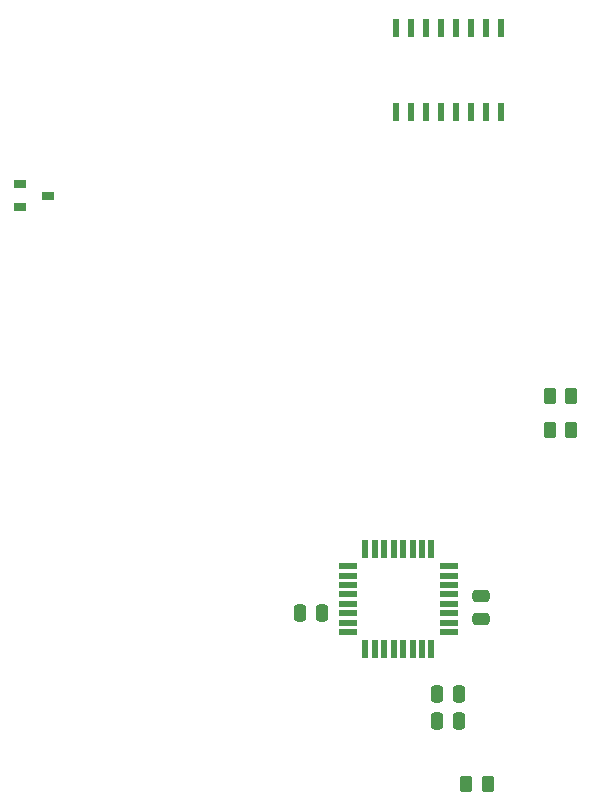
<source format=gbr>
%TF.GenerationSoftware,KiCad,Pcbnew,7.0.5*%
%TF.CreationDate,2024-09-11T17:05:46+02:00*%
%TF.ProjectId,ModuleController,4d6f6475-6c65-4436-9f6e-74726f6c6c65,rev?*%
%TF.SameCoordinates,Original*%
%TF.FileFunction,Paste,Top*%
%TF.FilePolarity,Positive*%
%FSLAX46Y46*%
G04 Gerber Fmt 4.6, Leading zero omitted, Abs format (unit mm)*
G04 Created by KiCad (PCBNEW 7.0.5) date 2024-09-11 17:05:46*
%MOMM*%
%LPD*%
G01*
G04 APERTURE LIST*
G04 Aperture macros list*
%AMRoundRect*
0 Rectangle with rounded corners*
0 $1 Rounding radius*
0 $2 $3 $4 $5 $6 $7 $8 $9 X,Y pos of 4 corners*
0 Add a 4 corners polygon primitive as box body*
4,1,4,$2,$3,$4,$5,$6,$7,$8,$9,$2,$3,0*
0 Add four circle primitives for the rounded corners*
1,1,$1+$1,$2,$3*
1,1,$1+$1,$4,$5*
1,1,$1+$1,$6,$7*
1,1,$1+$1,$8,$9*
0 Add four rect primitives between the rounded corners*
20,1,$1+$1,$2,$3,$4,$5,0*
20,1,$1+$1,$4,$5,$6,$7,0*
20,1,$1+$1,$6,$7,$8,$9,0*
20,1,$1+$1,$8,$9,$2,$3,0*%
G04 Aperture macros list end*
%ADD10RoundRect,0.250000X-0.262500X-0.450000X0.262500X-0.450000X0.262500X0.450000X-0.262500X0.450000X0*%
%ADD11RoundRect,0.250000X-0.250000X-0.475000X0.250000X-0.475000X0.250000X0.475000X-0.250000X0.475000X0*%
%ADD12RoundRect,0.250000X0.262500X0.450000X-0.262500X0.450000X-0.262500X-0.450000X0.262500X-0.450000X0*%
%ADD13R,1.600000X0.550000*%
%ADD14R,0.550000X1.600000*%
%ADD15R,1.000000X0.700000*%
%ADD16RoundRect,0.250000X-0.475000X0.250000X-0.475000X-0.250000X0.475000X-0.250000X0.475000X0.250000X0*%
%ADD17RoundRect,0.250000X0.250000X0.475000X-0.250000X0.475000X-0.250000X-0.475000X0.250000X-0.475000X0*%
%ADD18R,0.600000X1.500000*%
G04 APERTURE END LIST*
D10*
%TO.C,R3*%
X138637000Y-91694000D03*
X140462000Y-91694000D03*
%TD*%
%TO.C,R2*%
X138637000Y-88744000D03*
X140462000Y-88744000D03*
%TD*%
D11*
%TO.C,C6*%
X117480000Y-107188000D03*
X119380000Y-107188000D03*
%TD*%
D12*
%TO.C,R1*%
X133397000Y-121666000D03*
X131572000Y-121666000D03*
%TD*%
D13*
%TO.C,U4*%
X121588000Y-103186000D03*
X121588000Y-103986000D03*
X121588000Y-104786000D03*
X121588000Y-105586000D03*
X121588000Y-106386000D03*
X121588000Y-107186000D03*
X121588000Y-107986000D03*
X121588000Y-108786000D03*
D14*
X123038000Y-110236000D03*
X123838000Y-110236000D03*
X124638000Y-110236000D03*
X125438000Y-110236000D03*
X126238000Y-110236000D03*
X127038000Y-110236000D03*
X127838000Y-110236000D03*
X128638000Y-110236000D03*
D13*
X130088000Y-108786000D03*
X130088000Y-107986000D03*
X130088000Y-107186000D03*
X130088000Y-106386000D03*
X130088000Y-105586000D03*
X130088000Y-104786000D03*
X130088000Y-103986000D03*
X130088000Y-103186000D03*
D14*
X128638000Y-101736000D03*
X127838000Y-101736000D03*
X127038000Y-101736000D03*
X126238000Y-101736000D03*
X125438000Y-101736000D03*
X124638000Y-101736000D03*
X123838000Y-101736000D03*
X123038000Y-101736000D03*
%TD*%
D15*
%TO.C,U2*%
X93800000Y-70860000D03*
X93800000Y-72760000D03*
X96200000Y-71810000D03*
%TD*%
D16*
%TO.C,C5*%
X132842000Y-105730000D03*
X132842000Y-107630000D03*
%TD*%
D17*
%TO.C,C3*%
X129098000Y-116332000D03*
X130998000Y-116332000D03*
%TD*%
%TO.C,C4*%
X129098000Y-114046000D03*
X130998000Y-114046000D03*
%TD*%
D18*
%TO.C,U1*%
X125603000Y-57664000D03*
X126873000Y-57664000D03*
X128143000Y-57664000D03*
X129413000Y-57664000D03*
X130683000Y-57664000D03*
X131953000Y-57664000D03*
X133223000Y-57664000D03*
X134493000Y-57664000D03*
X134493000Y-64764000D03*
X133223000Y-64764000D03*
X131953000Y-64764000D03*
X130683000Y-64764000D03*
X129413000Y-64764000D03*
X128143000Y-64764000D03*
X126873000Y-64764000D03*
X125603000Y-64764000D03*
%TD*%
M02*

</source>
